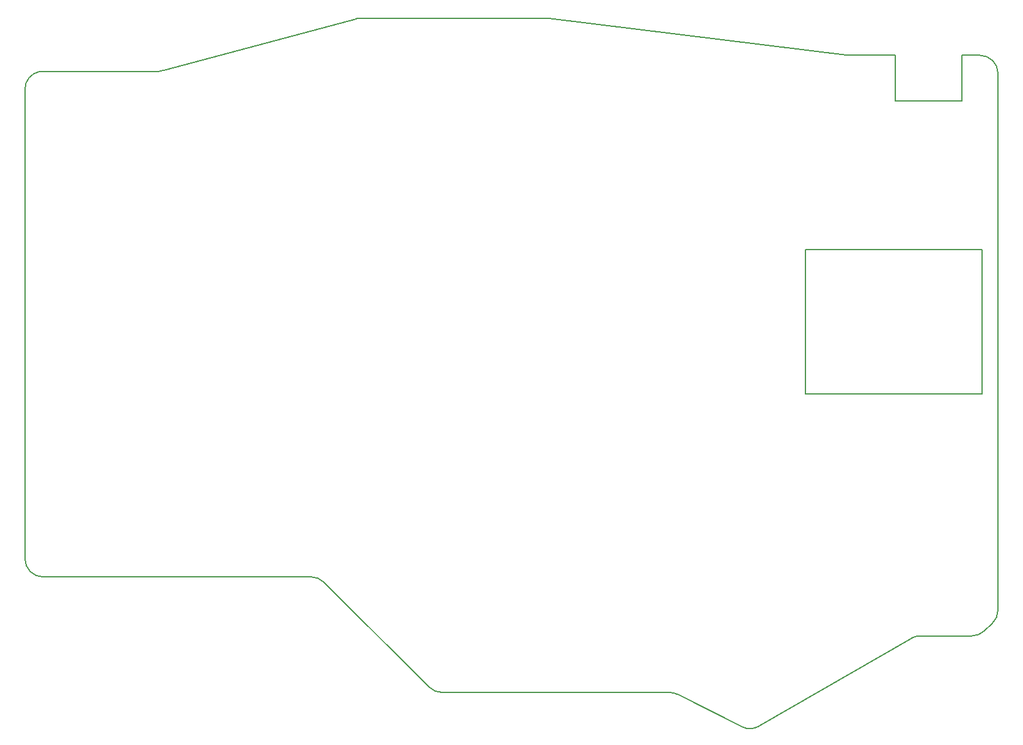
<source format=gm1>
G04 #@! TF.GenerationSoftware,KiCad,Pcbnew,(5.99.0-8557-g8988e46ab1)*
G04 #@! TF.CreationDate,2021-01-24T23:58:03-07:00*
G04 #@! TF.ProjectId,BlueSof,426c7565-536f-4662-9e6b-696361645f70,rev?*
G04 #@! TF.SameCoordinates,PX85099e0PY51bada0*
G04 #@! TF.FileFunction,Profile,NP*
%FSLAX46Y46*%
G04 Gerber Fmt 4.6, Leading zero omitted, Abs format (unit mm)*
G04 Created by KiCad (PCBNEW (5.99.0-8557-g8988e46ab1)) date 2021-01-24 23:58:03*
%MOMM*%
%LPD*%
G01*
G04 APERTURE LIST*
G04 #@! TA.AperFunction,Profile*
%ADD10C,0.150000*%
G04 #@! TD*
G04 APERTURE END LIST*
D10*
X-7826996Y44800000D02*
G75*
G03*
X-8237993Y44765985I0J-2500000D01*
G01*
X1918706Y-47773197D02*
X-12717482Y-33226802D01*
X66448000Y33400000D02*
X75698000Y33400000D01*
X77049401Y-40677241D02*
G75*
G03*
X78744774Y-40014552I0J2500000D01*
G01*
X75698000Y39700000D02*
X78187476Y39700000D01*
X-12717482Y-33226802D02*
G75*
G03*
X-14479802Y-32500000I-1762320J-1773198D01*
G01*
X18460842Y44781328D02*
G75*
G03*
X18155867Y44800000I-304975J-2481328D01*
G01*
X79882849Y-38964398D02*
G75*
G03*
X80687476Y-37127087I-1695373J1837311D01*
G01*
X-7826995Y44800000D02*
X18155867Y44800001D01*
X69884216Y-40677241D02*
G75*
G03*
X68634216Y-41012177I-1J-2500000D01*
G01*
X-52037997Y37465985D02*
G75*
G03*
X-54127000Y35000000I410997J-2465985D01*
G01*
X59956468Y39700000D02*
X66448000Y39700000D01*
X35165954Y-48499999D02*
X3681025Y-48499999D01*
X18460842Y44781329D02*
X59651493Y39718671D01*
X68634216Y-41012177D02*
X47568689Y-53174364D01*
X-52037997Y37465985D02*
X-35537997Y37465985D01*
X80687476Y-37127087D02*
X80687476Y37200000D01*
X-54127000Y-30000000D02*
X-54127000Y35000000D01*
X1918706Y-47773197D02*
G75*
G03*
X3681025Y-48499999I1762319J1773198D01*
G01*
X59651493Y39718672D02*
G75*
G03*
X59956468Y39700000I304975J2481328D01*
G01*
X-14479802Y-32500000D02*
X-51627000Y-32500000D01*
X80687476Y37200000D02*
G75*
G03*
X78187476Y39700000I-2500000J0D01*
G01*
X77049402Y-40677241D02*
X69884216Y-40677241D01*
X66448000Y39700000D02*
X66448000Y33400000D01*
X45196025Y-53243048D02*
G75*
G03*
X47568689Y-53174364I1122664J2233747D01*
G01*
X36288619Y-48766253D02*
G75*
G03*
X35165954Y-48499999I-1122665J-2233747D01*
G01*
X45196025Y-53243048D02*
X36288619Y-48766252D01*
X-34894877Y37644119D02*
G75*
G02*
X-35537997Y37465985I-643120J1071867D01*
G01*
X75698000Y33400000D02*
X75698000Y39700000D01*
X79882849Y-38964397D02*
X78744774Y-40014551D01*
X53973000Y12800000D02*
X78473000Y12800000D01*
X78473000Y12800000D02*
X78473000Y-7200000D01*
X78473000Y-7200000D02*
X53973000Y-7200000D01*
X53973000Y-7200000D02*
X53973000Y12800000D01*
X-54127000Y-30000000D02*
G75*
G03*
X-51627000Y-32500000I2500000J0D01*
G01*
X-34894877Y37644119D02*
X-8237993Y44765985D01*
M02*

</source>
